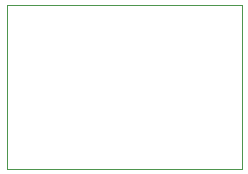
<source format=gbr>
%TF.GenerationSoftware,KiCad,Pcbnew,8.0.0-rc2-74-g5f063dd458*%
%TF.CreationDate,2024-01-29T02:33:14+02:00*%
%TF.ProjectId,SamoMCU,53616d6f-4d43-4552-9e6b-696361645f70,rev?*%
%TF.SameCoordinates,Original*%
%TF.FileFunction,Profile,NP*%
%FSLAX46Y46*%
G04 Gerber Fmt 4.6, Leading zero omitted, Abs format (unit mm)*
G04 Created by KiCad (PCBNEW 8.0.0-rc2-74-g5f063dd458) date 2024-01-29 02:33:14*
%MOMM*%
%LPD*%
G01*
G04 APERTURE LIST*
%TA.AperFunction,Profile*%
%ADD10C,0.120000*%
%TD*%
G04 APERTURE END LIST*
D10*
X180250000Y-40600000D02*
X160350000Y-40600000D01*
X180250000Y-54500000D02*
X160350000Y-54500000D01*
X160350000Y-54500000D02*
X160350000Y-40600000D01*
X180250000Y-40600000D02*
X180250000Y-54500000D01*
M02*

</source>
